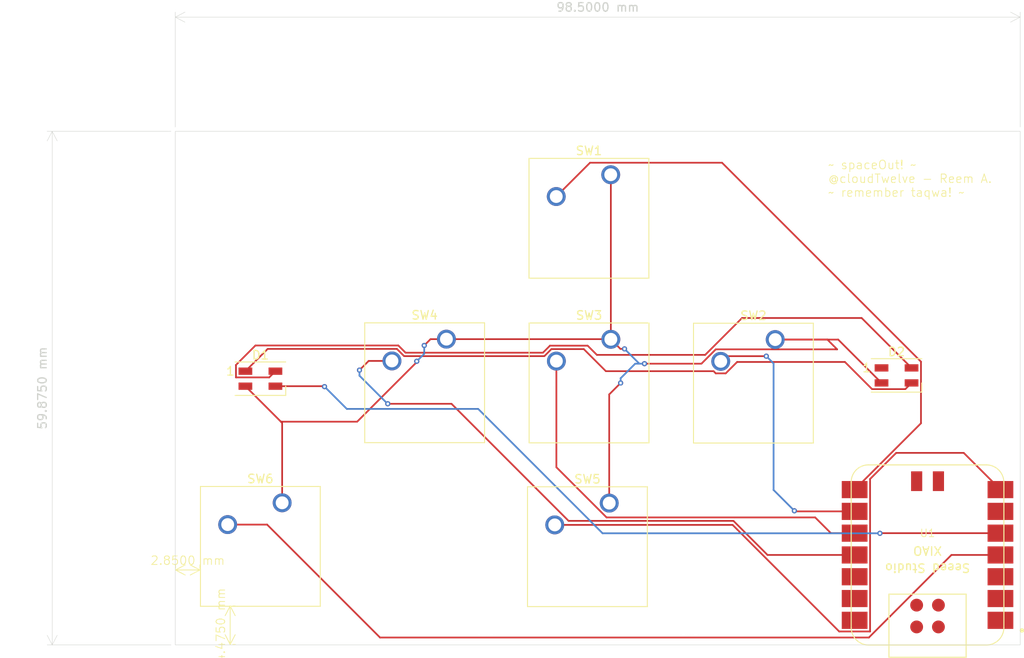
<source format=kicad_pcb>
(kicad_pcb (version 20221018) (generator pcbnew)
  (layers (0 "F.Cu" signal) (31 "B.Cu" signal) (34 "B.Paste" user) (35 "F.Paste" user) (36 "B.SilkS" user "B.Silkscreen") (37 "F.SilkS" user "F.Silkscreen") (38 "B.Mask" user) (39 "F.Mask" user) (44 "Edge.Cuts" user))
  (net 0 "")
  (net 1 "Net-(D1-DOUT)")
  (net 2 "GND")
  (net 3 "Net-(D1-DIN)")
  (net 4 "+5V")
  (net 6 "Net-(U1-PB09_A7_D7_RX)")
  (net 7 "Net-(U1-PA7_A8_D8_SCK)")
  (net 8 "Net-(U1-PA5_A9_D9_MISO)")
  (net 9 "Net-(U1-PA6_A10_D10_MOSI)")
  (net 10 "Net-(U1-PB08_A6_D6_TX)")
  (net 18 "Net-(U1-PA11_A3_D3)")
  (footprint "Button_Switch_Keyboard:SW_Cherry_MX_1.00u_PCB" (layer "F.Cu") (at 103.12125 59.49)
    (fp_text reference "SW2" (at -2.54 -2.794) (layer "F.SilkS"))
    (fp_text value "SW_Push")
    (fp_line (start -9.525 -1.905) (end 4.445 -1.905) (stroke (width 0.12)) (layer "F.SilkS"))
    (fp_line (start -9.525 12.065) (end -9.525 -1.905) (stroke (width 0.12)) (layer "F.SilkS"))
    (fp_line (start 4.445 -1.905) (end 4.445 12.065) (stroke (width 0.12)) (layer "F.SilkS"))
    (fp_line (start 4.445 12.065) (end -9.525 12.065) (stroke (width 0.12)) (layer "F.SilkS"))
    (pad "" np_thru_hole circle (at -7.62 5.08) (size 1.7 1.7) (drill 1.7) (layers "*.Cu" "*.Mask"))
    (pad "" np_thru_hole circle (at -2.54 5.08) (size 4 4) (drill 4) (layers "*.Cu" "*.Mask"))
    (pad "" np_thru_hole circle (at 2.54 5.08) (size 1.7 1.7) (drill 1.7) (layers "*.Cu" "*.Mask"))
    (pad "1" thru_hole circle (at 0 0) (size 2.2 2.2) (drill 1.5) (layers "*.Cu" "*.Mask") (net 2 "GND"))
    (pad "2" thru_hole circle (at -6.35 2.54) (size 2.2 2.2) (drill 1.5) (layers "*.Cu" "*.Mask") (net 7 "Net-(U1-PA7_A8_D8_SCK)"))
  )
  (footprint "Button_Switch_Keyboard:SW_Cherry_MX_1.00u_PCB" (layer "F.Cu") (at 83.96125 59.46)
    (fp_text reference "SW3" (at -2.54 -2.794) (layer "F.SilkS"))
    (fp_text value "SW_Push")
    (fp_line (start -9.525 -1.905) (end 4.445 -1.905) (stroke (width 0.12)) (layer "F.SilkS"))
    (fp_line (start -9.525 12.065) (end -9.525 -1.905) (stroke (width 0.12)) (layer "F.SilkS"))
    (fp_line (start 4.445 -1.905) (end 4.445 12.065) (stroke (width 0.12)) (layer "F.SilkS"))
    (fp_line (start 4.445 12.065) (end -9.525 12.065) (stroke (width 0.12)) (layer "F.SilkS"))
    (pad "" np_thru_hole circle (at -7.62 5.08) (size 1.7 1.7) (drill 1.7) (layers "*.Cu" "*.Mask"))
    (pad "" np_thru_hole circle (at -2.54 5.08) (size 4 4) (drill 4) (layers "*.Cu" "*.Mask"))
    (pad "" np_thru_hole circle (at 2.54 5.08) (size 1.7 1.7) (drill 1.7) (layers "*.Cu" "*.Mask"))
    (pad "1" thru_hole circle (at 0 0) (size 2.2 2.2) (drill 1.5) (layers "*.Cu" "*.Mask") (net 2 "GND"))
    (pad "2" thru_hole circle (at -6.35 2.54) (size 2.2 2.2) (drill 1.5) (layers "*.Cu" "*.Mask") (net 8 "Net-(U1-PA5_A9_D9_MISO)"))
  )
  (footprint "Button_Switch_Keyboard:SW_Cherry_MX_2.75u_PCB" (layer "F.Cu") (at 83.77125 78.555)
    (fp_text reference "SW5" (at -2.54 -2.794) (layer "F.SilkS"))
    (fp_text value "SW_Push")
    (fp_line (start -9.525 -1.905) (end 4.445 -1.905) (stroke (width 0.12)) (layer "F.SilkS"))
    (fp_line (start -9.525 12.065) (end -9.525 -1.905) (stroke (width 0.12)) (layer "F.SilkS"))
    (fp_line (start 4.445 -1.905) (end 4.445 12.065) (stroke (width 0.12)) (layer "F.SilkS"))
    (fp_line (start 4.445 12.065) (end -9.525 12.065) (stroke (width 0.12)) (layer "F.SilkS"))
    (pad "" np_thru_hole circle (at -14.44 -1.92) (size 3.05 3.05) (drill 3.05) (layers "*.Cu" "*.Mask"))
    (pad "" np_thru_hole circle (at -14.44 13.32) (size 4 4) (drill 4) (layers "*.Cu" "*.Mask"))
    (pad "" np_thru_hole circle (at -7.62 5.08) (size 1.7 1.7) (drill 1.7) (layers "*.Cu" "*.Mask"))
    (pad "" np_thru_hole circle (at -2.54 5.08) (size 4 4) (drill 4) (layers "*.Cu" "*.Mask"))
    (pad "" np_thru_hole circle (at 2.54 5.08) (size 1.7 1.7) (drill 1.7) (layers "*.Cu" "*.Mask"))
    (pad "" np_thru_hole circle (at 9.36 -1.92) (size 3.05 3.05) (drill 3.05) (layers "*.Cu" "*.Mask"))
    (pad "" np_thru_hole circle (at 9.36 13.32) (size 4 4) (drill 4) (layers "*.Cu" "*.Mask"))
    (pad "1" thru_hole circle (at 0 0) (size 2.2 2.2) (drill 1.5) (layers "*.Cu" "*.Mask") (net 2 "GND"))
    (pad "2" thru_hole circle (at -6.35 2.54) (size 2.2 2.2) (drill 1.5) (layers "*.Cu" "*.Mask") (net 10 "Net-(U1-PB08_A6_D6_TX)"))
  )
  (footprint "Button_Switch_Keyboard:SW_Cherry_MX_1.00u_PCB" (layer "F.Cu") (at 83.946 40.27247)
    (fp_text reference "SW1" (at -2.54 -2.794) (layer "F.SilkS"))
    (fp_text value "SW_Push")
    (fp_line (start -9.525 -1.905) (end 4.445 -1.905) (stroke (width 0.12)) (layer "F.SilkS"))
    (fp_line (start -9.525 12.065) (end -9.525 -1.905) (stroke (width 0.12)) (layer "F.SilkS"))
    (fp_line (start 4.445 -1.905) (end 4.445 12.065) (stroke (width 0.12)) (layer "F.SilkS"))
    (fp_line (start 4.445 12.065) (end -9.525 12.065) (stroke (width 0.12)) (layer "F.SilkS"))
    (pad "" np_thru_hole circle (at -7.62 5.08) (size 1.7 1.7) (drill 1.7) (layers "*.Cu" "*.Mask"))
    (pad "" np_thru_hole circle (at -2.54 5.08) (size 4 4) (drill 4) (layers "*.Cu" "*.Mask"))
    (pad "" np_thru_hole circle (at 2.54 5.08) (size 1.7 1.7) (drill 1.7) (layers "*.Cu" "*.Mask"))
    (pad "1" thru_hole circle (at 0 0) (size 2.2 2.2) (drill 1.5) (layers "*.Cu" "*.Mask") (net 2 "GND"))
    (pad "2" thru_hole circle (at -6.35 2.54) (size 2.2 2.2) (drill 1.5) (layers "*.Cu" "*.Mask") (net 6 "Net-(U1-PB09_A7_D7_RX)"))
  )
  (footprint "Button_Switch_Keyboard:SW_Cherry_MX_1.00u_PCB" (layer "F.Cu") (at 45.64125 78.52)
    (fp_text reference "SW6" (at -2.54 -2.794) (layer "F.SilkS"))
    (fp_text value "SW_Push")
    (fp_line (start -9.525 -1.905) (end 4.445 -1.905) (stroke (width 0.12)) (layer "F.SilkS"))
    (fp_line (start -9.525 12.065) (end -9.525 -1.905) (stroke (width 0.12)) (layer "F.SilkS"))
    (fp_line (start 4.445 -1.905) (end 4.445 12.065) (stroke (width 0.12)) (layer "F.SilkS"))
    (fp_line (start 4.445 12.065) (end -9.525 12.065) (stroke (width 0.12)) (layer "F.SilkS"))
    (pad "" np_thru_hole circle (at -7.62 5.08) (size 1.7 1.7) (drill 1.7) (layers "*.Cu" "*.Mask"))
    (pad "" np_thru_hole circle (at -2.54 5.08) (size 4 4) (drill 4) (layers "*.Cu" "*.Mask"))
    (pad "" np_thru_hole circle (at 2.54 5.08) (size 1.7 1.7) (drill 1.7) (layers "*.Cu" "*.Mask"))
    (pad "1" thru_hole circle (at 0 0) (size 2.2 2.2) (drill 1.5) (layers "*.Cu" "*.Mask") (net 2 "GND"))
    (pad "2" thru_hole circle (at -6.35 2.54) (size 2.2 2.2) (drill 1.5) (layers "*.Cu" "*.Mask") (net 18 "Net-(U1-PA11_A3_D3)"))
  )
  (footprint "Seeed Studio XIAO Series Library:XIAO-SAMD21-RP2040-14P-2.54-21X17.8MM (Seeeduino XIAO)" (layer "F.Cu") (at 120.88125 84.6 180)
    (fp_text reference "U1" (at 0 2.54) (layer "F.SilkS") (effects (font (size 0.889 0.889) (thickness 0.1016))))
    (fp_text value "MOUDLE-SEEEDUINO-XIAO" hide)
    (fp_text user "XIAO" (at 0 0.5 180 unlocked) (layer "F.SilkS"))
    (fp_text user "Seeed Studio" (at 0 -1.5 180 unlocked) (layer "F.SilkS"))
    (fp_line (start -8.9 -8.5) (end -8.9 8.5) (stroke (width 0.127)) (layer "F.SilkS"))
    (fp_line (start -6.9 10.5) (end 6.9 10.5) (stroke (width 0.127)) (layer "F.SilkS"))
    (fp_line (start -4.5 -11.92403) (end 4.5 -11.92403) (stroke (width 0.127)) (layer "F.SilkS"))
    (fp_line (start -4.5 -4.57073) (end -4.5 -11.92403) (stroke (width 0.127)) (layer "F.SilkS"))
    (fp_line (start 4.5 -11.92403) (end 4.5 -4.57073) (stroke (width 0.127)) (layer "F.SilkS"))
    (fp_line (start 4.5 -4.57073) (end -4.5 -4.57073) (stroke (width 0.127)) (layer "F.SilkS"))
    (fp_line (start 6.9 -10.49909) (end -6.9 -10.49909) (stroke (width 0.127)) (layer "F.SilkS"))
    (fp_line (start 8.9 8.5) (end 8.9 -8.5) (stroke (width 0.127)) (layer "F.SilkS"))
    (fp_arc (start -8.9 -8.5) (mid -8.301491 -9.901491) (end -6.9 -10.5) (stroke (width 0.12)) (layer "F.SilkS"))
    (fp_arc (start -6.9 10.5) (mid -8.301423 9.901423) (end -8.9 8.5) (stroke (width 0.12)) (layer "F.SilkS"))
    (fp_arc (start 6.9 -10.5) (mid 8.301491 -9.901491) (end 8.9 -8.5) (stroke (width 0.12)) (layer "F.SilkS"))
    (fp_arc (start 8.9 8.5) (mid 8.314214 9.914214) (end 6.9 10.5) (stroke (width 0.12)) (layer "F.SilkS"))
    (fp_circle (center -11 -8.8) (end -11 -9.054) (fill solid) (layer "F.SilkS"))
    (fp_poly (pts (xy -8.887715 -8.561705) (xy -8.884667 -8.610473) (xy -8.880603 -8.659494)) (stroke (width 0.0254)) (fill none) (layer "F.SilkS"))
    (fp_poly (pts (xy 8.889492 8.521574) (xy 8.887713 8.57085) (xy 8.884665 8.619618) (xy 8.880601 8.668639) (xy 8.875268 8.717407) (xy 8.868664 8.766175) (xy 8.861044 8.81469) (xy 8.852153 8.86295) (xy 8.842248 8.910955)) (stroke (width 0.0254)) (fill none) (layer "F.SilkS"))
    (pad "1" smd rect (at -8.5 -7.62 180) (size 3 2) (layers "F.Cu" "F.Paste" "F.Mask"))
    (pad "2" smd rect (at -8.5 -5.08 180) (size 3 2) (layers "F.Cu" "F.Paste" "F.Mask"))
    (pad "3" smd rect (at -8.5 -2.54 180) (size 3 2) (layers "F.Cu" "F.Paste" "F.Mask"))
    (pad "4" smd rect (at -8.5 0 180) (size 3 2) (layers "F.Cu" "F.Paste" "F.Mask") (net 18 "Net-(U1-PA11_A3_D3)"))
    (pad "5" smd rect (at -8.5 2.54 180) (size 3 2) (layers "F.Cu" "F.Paste" "F.Mask") (net 3 "Net-(D1-DIN)"))
    (pad "6" smd rect (at -8.5 5.08) (size 3 2) (layers "F.Cu" "F.Paste" "F.Mask"))
    (pad "7" smd rect (at -8.5 7.62 180) (size 3 2) (layers "F.Cu" "F.Paste" "F.Mask") (net 10 "Net-(U1-PB08_A6_D6_TX)"))
    (pad "8" smd rect (at 8.5 7.62 180) (size 3 2) (layers "F.Cu" "F.Paste" "F.Mask") (net 6 "Net-(U1-PB09_A7_D7_RX)"))
    (pad "9" smd rect (at 8.5 5.08 180) (size 3 2) (layers "F.Cu" "F.Paste" "F.Mask") (net 7 "Net-(U1-PA7_A8_D8_SCK)"))
    (pad "10" smd rect (at 8.5 2.54 180) (size 3 2) (layers "F.Cu" "F.Paste" "F.Mask") (net 8 "Net-(U1-PA5_A9_D9_MISO)"))
    (pad "11" smd rect (at 8.5 0 180) (size 3 2) (layers "F.Cu" "F.Paste" "F.Mask") (net 9 "Net-(U1-PA6_A10_D10_MOSI)"))
    (pad "12" smd rect (at 8.5 -2.54 180) (size 3 2) (layers "F.Cu" "F.Paste" "F.Mask"))
    (pad "13" smd rect (at 8.5 -5.08 180) (size 3 2) (layers "F.Cu" "F.Paste" "F.Mask"))
    (pad "14" smd rect (at 8.5 -7.62 180) (size 3 2) (layers "F.Cu" "F.Paste" "F.Mask"))
    (pad "15" smd circle (at -1.27 -8.39 270) (size 1.5 1.5) (layers "F.Cu" "F.Paste" "F.Mask"))
    (pad "16" smd circle (at 1.27 -8.39 270) (size 1.5 1.5) (layers "F.Cu" "F.Paste" "F.Mask"))
    (pad "17" smd circle (at -1.27 -5.85 270) (size 1.5 1.5) (layers "F.Cu" "F.Paste" "F.Mask"))
    (pad "18" smd circle (at 1.27 -5.85 270) (size 1.5 1.5) (layers "F.Cu" "F.Paste" "F.Mask"))
    (pad "19" smd rect (at -1.27 8.6 270) (size 2.3 1.3) (layers "F.Cu" "F.Paste" "F.Mask"))
    (pad "20" smd rect (at 1.27 8.6 270) (size 2.3 1.3) (layers "F.Cu" "F.Paste" "F.Mask"))
  )
  (footprint "LED_SMD:LED_SK6812MINI_PLCC4_3.5x3.5mm_P1.75mm" (layer "F.Cu") (at 117.266 63.66747)
    (fp_text reference "D2" (at 0 -2.75) (layer "F.SilkS"))
    (fp_text value "SK6812MINI")
    (fp_text user "1" (at -3.5 -0.875) (layer "F.SilkS"))
    (fp_line (start -2.95 -1.95) (end 2.95 -1.95) (stroke (width 0.12)) (layer "F.SilkS"))
    (fp_line (start -2.95 1.95) (end 2.95 1.95) (stroke (width 0.12)) (layer "F.SilkS"))
    (fp_line (start 2.95 1.95) (end 2.95 0.875) (stroke (width 0.12)) (layer "F.SilkS"))
    (pad "1" smd rect (at -1.75 -0.875) (size 1.6 0.85) (layers "F.Cu" "F.Paste" "F.Mask"))
    (pad "2" smd rect (at -1.75 0.875) (size 1.6 0.85) (layers "F.Cu" "F.Paste" "F.Mask") (net 2 "GND"))
    (pad "3" smd rect (at 1.75 0.875) (size 1.6 0.85) (layers "F.Cu" "F.Paste" "F.Mask") (net 1 "Net-(D1-DOUT)"))
    (pad "4" smd rect (at 1.75 -0.875) (size 1.6 0.85) (layers "F.Cu" "F.Paste" "F.Mask") (net 4 "+5V"))
  )
  (footprint "Button_Switch_Keyboard:SW_Cherry_MX_1.00u_PCB" (layer "F.Cu") (at 64.79125 59.44)
    (fp_text reference "SW4" (at -2.54 -2.794) (layer "F.SilkS"))
    (fp_text value "SW_Push")
    (fp_line (start -9.525 -1.905) (end 4.445 -1.905) (stroke (width 0.12)) (layer "F.SilkS"))
    (fp_line (start -9.525 12.065) (end -9.525 -1.905) (stroke (width 0.12)) (layer "F.SilkS"))
    (fp_line (start 4.445 -1.905) (end 4.445 12.065) (stroke (width 0.12)) (layer "F.SilkS"))
    (fp_line (start 4.445 12.065) (end -9.525 12.065) (stroke (width 0.12)) (layer "F.SilkS"))
    (pad "" np_thru_hole circle (at -7.62 5.08) (size 1.7 1.7) (drill 1.7) (layers "*.Cu" "*.Mask"))
    (pad "" np_thru_hole circle (at -2.54 5.08) (size 4 4) (drill 4) (layers "*.Cu" "*.Mask"))
    (pad "" np_thru_hole circle (at 2.54 5.08) (size 1.7 1.7) (drill 1.7) (layers "*.Cu" "*.Mask"))
    (pad "1" thru_hole circle (at 0 0) (size 2.2 2.2) (drill 1.5) (layers "*.Cu" "*.Mask") (net 2 "GND"))
    (pad "2" thru_hole circle (at -6.35 2.54) (size 2.2 2.2) (drill 1.5) (layers "*.Cu" "*.Mask") (net 9 "Net-(U1-PA6_A10_D10_MOSI)"))
  )
  (footprint "LED_SMD:LED_SK6812MINI_PLCC4_3.5x3.5mm_P1.75mm" (layer "F.Cu") (at 43.10625 64.05)
    (fp_text reference "D1" (at 0 -2.75) (layer "F.SilkS"))
    (fp_text value "SK6812MINI")
    (fp_text user "1" (at -3.5 -0.875) (layer "F.SilkS"))
    (fp_line (start -2.95 -1.95) (end 2.95 -1.95) (stroke (width 0.12)) (layer "F.SilkS"))
    (fp_line (start -2.95 1.95) (end 2.95 1.95) (stroke (width 0.12)) (layer "F.SilkS"))
    (fp_line (start 2.95 1.95) (end 2.95 0.875) (stroke (width 0.12)) (layer "F.SilkS"))
    (pad "1" smd rect (at -1.75 -0.875) (size 1.6 0.85) (layers "F.Cu" "F.Paste" "F.Mask") (net 1 "Net-(D1-DOUT)"))
    (pad "2" smd rect (at -1.75 0.875) (size 1.6 0.85) (layers "F.Cu" "F.Paste" "F.Mask") (net 2 "GND"))
    (pad "3" smd rect (at 1.75 0.875) (size 1.6 0.85) (layers "F.Cu" "F.Paste" "F.Mask") (net 3 "Net-(D1-DIN)"))
    (pad "4" smd rect (at 1.75 -0.875) (size 1.6 0.85) (layers "F.Cu" "F.Paste" "F.Mask") (net 4 "+5V"))
  )
  (gr_rect (start 33.18125 35.2125) (end 131.68125 95.0875) (stroke (width 0.05)) (fill none) (layer "Edge.Cuts"))
  (gr_text "~ spaceOut! ~\n@cloudTwelve - Reem A.\n~ remember taqwa! ~" (at 109.23125 42.925) (layer "F.SilkS") (effects (font (size 1 1) (thickness 0.1)) (justify left bottom)))
  (dimension (type aligned) (layer "F.SilkS") (pts (xy 36.05625 86.675) (xy 33.20625 86.675)) (height 0.324999) (gr_text "2.8500 mm" (at 34.63125 85.250001) (layer "F.SilkS") (effects (font (size 1 1) (thickness 0.1)))) (format (prefix "") (suffix "") (units 3) (units_format 1) (precision 4)) (style (thickness 0.1) (arrow_length 1.27) (text_position_mode 0) (extension_height 0.58642) (extension_offset 0.5) keep_text_aligned))
  (dimension (type aligned) (layer "F.SilkS") (pts (xy 39.40625 90.55) (xy 39.40625 95.025)) (height -0.175) (gr_text "4.4750 mm" (at 38.48125 92.7875 90) (layer "F.SilkS") (effects (font (size 1 1) (thickness 0.1)))) (format (prefix "") (suffix "") (units 3) (units_format 1) (precision 4)) (style (thickness 0.1) (arrow_length 1.27) (text_position_mode 0) (extension_height 0.58642) (extension_offset 0.5) keep_text_aligned))
  (dimension (type aligned) (layer "Edge.Cuts") (pts (xy 33.18125 95.0875) (xy 33.18125 35.2125)) (height -14.35) (gr_text "59.8750 mm" (at 17.68125 65.15 90) (layer "Edge.Cuts") (effects (font (size 1 1) (thickness 0.15)))) (format (prefix "") (suffix "") (units 3) (units_format 1) (precision 4)) (style (thickness 0.05) (arrow_length 1.27) (text_position_mode 0) (extension_height 0.58642) (extension_offset 0.5) keep_text_aligned))
  (dimension (type aligned) (layer "Edge.Cuts") (pts (xy 33.18125 35.2125) (xy 131.68125 35.2125)) (height -13.3125) (gr_text "98.5000 mm" (at 82.43125 20.75) (layer "Edge.Cuts") (effects (font (size 1 1) (thickness 0.15)))) (format (prefix "") (suffix "") (units 3) (units_format 1) (precision 4)) (style (thickness 0.05) (arrow_length 1.27) (text_position_mode 0) (extension_height 0.58642) (extension_offset 0.5) keep_text_aligned))
  (segment (start 95.936351 63.175) (end 96.191351 63.43) (width 0.2) (layer "F.Cu") (net 1))
  (segment (start 111.24853 62.1) (end 114.416 65.26747) (width 0.2) (layer "F.Cu") (net 1))
  (segment (start 114.416 65.26747) (end 118.291 65.26747) (width 0.2) (layer "F.Cu") (net 1))
  (segment (start 41.35625 63.175) (end 43.95125 60.58) (width 0.2) (layer "F.Cu") (net 1))
  (segment (start 98.681149 62.1) (end 111.24853 62.1) (width 0.2) (layer "F.Cu") (net 1))
  (segment (start 83.379652 63.175) (end 95.936351 63.175) (width 0.2) (layer "F.Cu") (net 1))
  (segment (start 77.031351 60.6) (end 80.804652 60.6) (width 0.2) (layer "F.Cu") (net 1))
  (segment (start 96.191351 63.43) (end 97.351149 63.43) (width 0.2) (layer "F.Cu") (net 1))
  (segment (start 80.804652 60.6) (end 83.379652 63.175) (width 0.2) (layer "F.Cu") (net 1))
  (segment (start 59.021149 60.58) (end 59.86125 61.420101) (width 0.2) (layer "F.Cu") (net 1))
  (segment (start 59.86125 61.420101) (end 76.21125 61.420101) (width 0.2) (layer "F.Cu") (net 1))
  (segment (start 43.95125 60.58) (end 59.021149 60.58) (width 0.2) (layer "F.Cu") (net 1))
  (segment (start 118.291 65.26747) (end 119.016 64.54247) (width 0.2) (layer "F.Cu") (net 1))
  (segment (start 76.21125 61.420101) (end 77.031351 60.6) (width 0.2) (layer "F.Cu") (net 1))
  (segment (start 97.351149 63.43) (end 98.681149 62.1) (width 0.2) (layer "F.Cu") (net 1))
  (segment (start 83.77125 78.555) (end 83.77125 65.881763) (width 0.2) (layer "F.Cu") (net 2))
  (segment (start 62.20625 60.175) (end 62.94125 59.44) (width 0.2) (layer "F.Cu") (net 2))
  (segment (start 83.96125 59.46) (end 85.07625 60.575) (width 0.2) (layer "F.Cu") (net 2))
  (segment (start 45.49375 69.0625) (end 54.385348 69.0625) (width 0.2) (layer "F.Cu") (net 2))
  (segment (start 64.79125 59.44) (end 83.94125 59.44) (width 0.2) (layer "F.Cu") (net 2))
  (segment (start 45.64125 78.52) (end 45.64125 69.21) (width 0.2) (layer "F.Cu") (net 2))
  (segment (start 45.64125 69.21) (end 45.49375 69.0625) (width 0.2) (layer "F.Cu") (net 2))
  (segment (start 54.385348 69.0625) (end 61.33125 62.116598) (width 0.2) (layer "F.Cu") (net 2))
  (segment (start 61.33125 62.116598) (end 61.33125 62.020101) (width 0.2) (layer "F.Cu") (net 2))
  (segment (start 45.49375 69.0625) (end 41.35625 64.925) (width 0.2) (layer "F.Cu") (net 2))
  (segment (start 85.07625 60.575) (end 85.55625 60.575) (width 0.2) (layer "F.Cu") (net 2))
  (segment (start 110.344215 60.63) (end 96.191351 60.63) (width 0.2) (layer "F.Cu") (net 2))
  (segment (start 115.516 64.54247) (end 110.46353 59.49) (width 0.2) (layer "F.Cu") (net 2))
  (segment (start 62.94125 59.44) (end 64.79125 59.44) (width 0.2) (layer "F.Cu") (net 2))
  (segment (start 83.96125 59.46) (end 83.96125 40.28772) (width 0.2) (layer "F.Cu") (net 2))
  (segment (start 83.77125 65.881763) (end 85.101298 64.551715) (width 0.2) (layer "F.Cu") (net 2))
  (segment (start 83.94125 59.44) (end 83.96125 59.46) (width 0.2) (layer "F.Cu") (net 2))
  (segment (start 94.521351 62.3) (end 87.88125 62.3) (width 0.2) (layer "F.Cu") (net 2))
  (segment (start 110.46353 59.49) (end 103.12125 59.49) (width 0.2) (layer "F.Cu") (net 2))
  (segment (start 96.191351 60.63) (end 94.521351 62.3) (width 0.2) (layer "F.Cu") (net 2))
  (segment (start 109.204216 59.49) (end 110.344215 60.63) (width 0.2) (layer "F.Cu") (net 2))
  (segment (start 83.96125 40.28772) (end 83.946 40.27247) (width 0.2) (layer "F.Cu") (net 2))
  (segment (start 103.12125 59.49) (end 109.204216 59.49) (width 0.2) (layer "F.Cu") (net 2))
  (via (at 62.20625 60.175) (size 0.6) (drill 0.3) (layers "F.Cu" "B.Cu") (net 2))
  (via (at 85.55625 60.575) (size 0.6) (drill 0.3) (layers "F.Cu" "B.Cu") (net 2))
  (via (at 61.33125 62.020101) (size 0.6) (drill 0.3) (layers "F.Cu" "B.Cu") (net 2))
  (via (at 85.101298 64.551715) (size 0.6) (drill 0.3) (layers "F.Cu" "B.Cu") (net 2))
  (via (at 87.88125 62.3) (size 0.6) (drill 0.3) (layers "F.Cu" "B.Cu") (net 2))
  (segment (start 87.88125 62.3) (end 87.23125 62.3) (width 0.2) (layer "B.Cu") (net 2))
  (segment (start 62.20625 61.145101) (end 62.20625 60.175) (width 0.2) (layer "B.Cu") (net 2))
  (segment (start 87.23125 62.25) (end 87.23125 62.3) (width 0.2) (layer "B.Cu") (net 2))
  (segment (start 85.101298 63.999952) (end 86.80125 62.3) (width 0.2) (layer "B.Cu") (net 2))
  (segment (start 85.55625 60.575) (end 87.23125 62.25) (width 0.2) (layer "B.Cu") (net 2))
  (segment (start 87.23125 62.3) (end 86.80125 62.3) (width 0.2) (layer "B.Cu") (net 2))
  (segment (start 61.33125 62.020101) (end 62.20625 61.145101) (width 0.2) (layer "B.Cu") (net 2))
  (segment (start 85.101298 64.551715) (end 85.101298 63.999952) (width 0.2) (layer "B.Cu") (net 2))
  (segment (start 50.53125 64.925) (end 44.85625 64.925) (width 0.2) (layer "F.Cu") (net 3))
  (segment (start 50.58125 64.975) (end 50.53125 64.925) (width 0.2) (layer "F.Cu") (net 3))
  (segment (start 115.34625 82.06) (end 115.33125 82.075) (width 0.2) (layer "F.Cu") (net 3))
  (segment (start 129.38125 82.06) (end 115.34625 82.06) (width 0.2) (layer "F.Cu") (net 3))
  (via (at 50.58125 64.975) (size 0.6) (drill 0.3) (layers "F.Cu" "B.Cu") (net 3))
  (via (at 115.33125 82.075) (size 0.6) (drill 0.3) (layers "F.Cu" "B.Cu") (net 3))
  (segment (start 115.33125 82.075) (end 82.994652 82.075) (width 0.2) (layer "B.Cu") (net 3))
  (segment (start 68.494652 67.575) (end 53.18125 67.575) (width 0.2) (layer "B.Cu") (net 3))
  (segment (start 53.18125 67.575) (end 50.58125 64.975) (width 0.2) (layer "B.Cu") (net 3))
  (segment (start 82.994652 82.075) (end 68.494652 67.575) (width 0.2) (layer "B.Cu") (net 3))
  (segment (start 59.186835 60.18) (end 60.026936 61.020101) (width 0.2) (layer "F.Cu") (net 4))
  (segment (start 113.19853 56.975) (end 119.016 62.79247) (width 0.2) (layer "F.Cu") (net 4))
  (segment (start 44.13125 63.9) (end 40.25625 63.9) (width 0.2) (layer "F.Cu") (net 4))
  (segment (start 76.045564 61.020101) (end 76.865666 60.2) (width 0.2) (layer "F.Cu") (net 4))
  (segment (start 81.25625 60.2) (end 82.33125 61.275) (width 0.2) (layer "F.Cu") (net 4))
  (segment (start 82.33125 61.275) (end 94.95625 61.275) (width 0.2) (layer "F.Cu") (net 4))
  (segment (start 99.25625 56.975) (end 113.19853 56.975) (width 0.2) (layer "F.Cu") (net 4))
  (segment (start 94.95625 61.275) (end 99.25625 56.975) (width 0.2) (layer "F.Cu") (net 4))
  (segment (start 40.25625 62.45) (end 42.52625 60.18) (width 0.2) (layer "F.Cu") (net 4))
  (segment (start 40.25625 63.9) (end 40.25625 62.45) (width 0.2) (layer "F.Cu") (net 4))
  (segment (start 60.026936 61.020101) (end 76.045564 61.020101) (width 0.2) (layer "F.Cu") (net 4))
  (segment (start 76.865666 60.2) (end 81.25625 60.2) (width 0.2) (layer "F.Cu") (net 4))
  (segment (start 44.85625 63.175) (end 44.13125 63.9) (width 0.2) (layer "F.Cu") (net 4))
  (segment (start 42.52625 60.18) (end 59.186835 60.18) (width 0.2) (layer "F.Cu") (net 4))
  (segment (start 81.536 38.87247) (end 96.921 38.87247) (width 0.2) (layer "F.Cu") (net 6))
  (segment (start 120.116 62.06747) (end 120.116 69.24525) (width 0.2) (layer "F.Cu") (net 6))
  (segment (start 96.921 38.87247) (end 120.116 62.06747) (width 0.2) (layer "F.Cu") (net 6))
  (segment (start 77.596 42.81247) (end 81.536 38.87247) (width 0.2) (layer "F.Cu") (net 6))
  (segment (start 120.116 69.24525) (end 112.38125 76.98) (width 0.2) (layer "F.Cu") (net 6))
  (segment (start 96.77125 62.03) (end 97.37625 61.425) (width 0.2) (layer "F.Cu") (net 7))
  (segment (start 105.35625 79.45) (end 105.42625 79.52) (width 0.2) (layer "F.Cu") (net 7))
  (segment (start 97.37625 61.425) (end 102.08125 61.425) (width 0.2) (layer "F.Cu") (net 7))
  (segment (start 105.42625 79.52) (end 112.38125 79.52) (width 0.2) (layer "F.Cu") (net 7))
  (via (at 102.08125 61.425) (size 0.6) (drill 0.3) (layers "F.Cu" "B.Cu") (net 7))
  (via (at 105.35625 79.45) (size 0.6) (drill 0.3) (layers "F.Cu" "B.Cu") (net 7))
  (segment (start 102.93125 62.275) (end 102.93125 77.025) (width 0.2) (layer "B.Cu") (net 7))
  (segment (start 102.93125 77.025) (end 105.35625 79.45) (width 0.2) (layer "B.Cu") (net 7))
  (segment (start 102.08125 61.425) (end 102.93125 62.275) (width 0.2) (layer "B.Cu") (net 7))
  (segment (start 77.61125 62) (end 77.61125 74.374899) (width 0.2) (layer "F.Cu") (net 8))
  (segment (start 77.61125 74.374899) (end 83.461351 80.225) (width 0.2) (layer "F.Cu") (net 8))
  (segment (start 109.61625 82.06) (end 112.38125 82.06) (width 0.2) (layer "F.Cu") (net 8))
  (segment (start 107.78125 80.225) (end 109.61625 82.06) (width 0.2) (layer "F.Cu") (net 8))
  (segment (start 83.461351 80.225) (end 107.78125 80.225) (width 0.2) (layer "F.Cu") (net 8))
  (segment (start 112.38125 84.6) (end 102.226936 84.6) (width 0.2) (layer "F.Cu") (net 9))
  (segment (start 55.72625 61.98) (end 58.44125 61.98) (width 0.2) (layer "F.Cu") (net 9))
  (segment (start 54.65625 63.05) (end 55.72625 61.98) (width 0.2) (layer "F.Cu") (net 9))
  (segment (start 98.251936 80.625) (end 79.03125 80.625) (width 0.2) (layer "F.Cu") (net 9))
  (segment (start 79.03125 80.625) (end 65.38125 66.975) (width 0.2) (layer "F.Cu") (net 9))
  (segment (start 102.226936 84.6) (end 98.251936 80.625) (width 0.2) (layer "F.Cu") (net 9))
  (segment (start 65.38125 66.975) (end 57.95625 66.975) (width 0.2) (layer "F.Cu") (net 9))
  (via (at 54.65625 63.05) (size 0.6) (drill 0.3) (layers "F.Cu" "B.Cu") (net 9))
  (via (at 57.95625 66.975) (size 0.6) (drill 0.3) (layers "F.Cu" "B.Cu") (net 9))
  (segment (start 57.929194 66.975) (end 54.65625 63.702056) (width 0.2) (layer "B.Cu") (net 9))
  (segment (start 57.95625 66.975) (end 57.929194 66.975) (width 0.2) (layer "B.Cu") (net 9))
  (segment (start 54.65625 63.702056) (end 54.65625 63.05) (width 0.2) (layer "B.Cu") (net 9))
  (segment (start 117.226936 72.7) (end 114.18125 75.745686) (width 0.2) (layer "F.Cu") (net 10))
  (segment (start 125.10125 72.7) (end 117.226936 72.7) (width 0.2) (layer "F.Cu") (net 10))
  (segment (start 110.58125 93.52) (end 98.15625 81.095) (width 0.2) (layer "F.Cu") (net 10))
  (segment (start 114.18125 75.745686) (end 114.18125 93.52) (width 0.2) (layer "F.Cu") (net 10))
  (segment (start 98.15625 81.095) (end 77.42125 81.095) (width 0.2) (layer "F.Cu") (net 10))
  (segment (start 129.38125 76.98) (end 125.10125 72.7) (width 0.2) (layer "F.Cu") (net 10))
  (segment (start 114.18125 93.52) (end 110.58125 93.52) (width 0.2) (layer "F.Cu") (net 10))
  (segment (start 114.041935 94.225) (end 57.049652 94.225) (width 0.2) (layer "F.Cu") (net 18))
  (segment (start 57.049652 94.225) (end 43.884652 81.06) (width 0.2) (layer "F.Cu") (net 18))
  (segment (start 123.666935 84.6) (end 114.041935 94.225) (width 0.2) (layer "F.Cu") (net 18))
  (segment (start 43.884652 81.06) (end 39.29125 81.06) (width 0.2) (layer "F.Cu") (net 18))
  (segment (start 129.38125 84.6) (end 123.666935 84.6) (width 0.2) (layer "F.Cu") (net 18))
)
</source>
